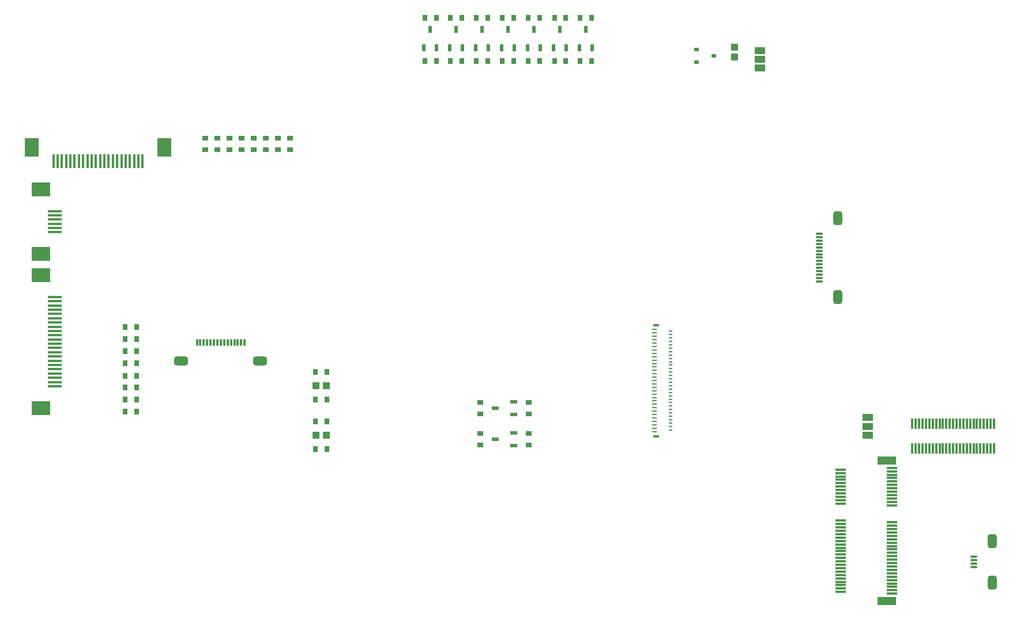
<source format=gtp>
G04*
G04 #@! TF.GenerationSoftware,Altium Limited,Altium Designer,18.0.12 (696)*
G04*
G04 Layer_Color=8421504*
%FSLAX25Y25*%
%MOIN*%
G70*
G01*
G75*
%ADD15R,0.05906X0.03937*%
%ADD16R,0.03937X0.03937*%
%ADD17R,0.02835X0.00984*%
%ADD18R,0.02244X0.00984*%
%ADD19R,0.03740X0.01575*%
G04:AMPARAMS|DCode=20|XSize=39.37mil|YSize=11.81mil|CornerRadius=2.95mil|HoleSize=0mil|Usage=FLASHONLY|Rotation=180.000|XOffset=0mil|YOffset=0mil|HoleType=Round|Shape=RoundedRectangle|*
%AMROUNDEDRECTD20*
21,1,0.03937,0.00591,0,0,180.0*
21,1,0.03347,0.01181,0,0,180.0*
1,1,0.00591,-0.01673,0.00295*
1,1,0.00591,0.01673,0.00295*
1,1,0.00591,0.01673,-0.00295*
1,1,0.00591,-0.01673,-0.00295*
%
%ADD20ROUNDEDRECTD20*%
G04:AMPARAMS|DCode=21|XSize=51.18mil|YSize=78.74mil|CornerRadius=12.8mil|HoleSize=0mil|Usage=FLASHONLY|Rotation=180.000|XOffset=0mil|YOffset=0mil|HoleType=Round|Shape=RoundedRectangle|*
%AMROUNDEDRECTD21*
21,1,0.05118,0.05315,0,0,180.0*
21,1,0.02559,0.07874,0,0,180.0*
1,1,0.02559,-0.01280,0.02657*
1,1,0.02559,0.01280,0.02657*
1,1,0.02559,0.01280,-0.02657*
1,1,0.02559,-0.01280,-0.02657*
%
%ADD21ROUNDEDRECTD21*%
%ADD22R,0.02756X0.03543*%
%ADD23R,0.01181X0.06299*%
%ADD24R,0.11024X0.08268*%
%ADD25R,0.07874X0.01575*%
%ADD26R,0.08268X0.11024*%
%ADD27R,0.01575X0.07874*%
G04:AMPARAMS|DCode=28|XSize=51.18mil|YSize=78.74mil|CornerRadius=12.8mil|HoleSize=0mil|Usage=FLASHONLY|Rotation=90.000|XOffset=0mil|YOffset=0mil|HoleType=Round|Shape=RoundedRectangle|*
%AMROUNDEDRECTD28*
21,1,0.05118,0.05315,0,0,90.0*
21,1,0.02559,0.07874,0,0,90.0*
1,1,0.02559,0.02657,0.01280*
1,1,0.02559,0.02657,-0.01280*
1,1,0.02559,-0.02657,-0.01280*
1,1,0.02559,-0.02657,0.01280*
%
%ADD28ROUNDEDRECTD28*%
G04:AMPARAMS|DCode=29|XSize=39.37mil|YSize=11.81mil|CornerRadius=2.95mil|HoleSize=0mil|Usage=FLASHONLY|Rotation=90.000|XOffset=0mil|YOffset=0mil|HoleType=Round|Shape=RoundedRectangle|*
%AMROUNDEDRECTD29*
21,1,0.03937,0.00591,0,0,90.0*
21,1,0.03347,0.01181,0,0,90.0*
1,1,0.00591,0.00295,0.01673*
1,1,0.00591,0.00295,-0.01673*
1,1,0.00591,-0.00295,-0.01673*
1,1,0.00591,-0.00295,0.01673*
%
%ADD29ROUNDEDRECTD29*%
%ADD30R,0.03937X0.03937*%
%ADD31R,0.04134X0.02362*%
%ADD32R,0.03543X0.02756*%
%ADD33R,0.10827X0.04724*%
%ADD34R,0.06102X0.01181*%
%ADD35R,0.02362X0.04134*%
%ADD36R,0.02953X0.02362*%
G36*
X571823Y26378D02*
D01*
D02*
G37*
G36*
X671232Y50000D02*
D01*
D02*
G37*
D15*
X678000Y115559D02*
D03*
Y105323D02*
D03*
Y110441D02*
D03*
X615529Y317882D02*
D03*
Y328118D02*
D03*
Y323000D02*
D03*
D16*
X601000Y324338D02*
D03*
Y330062D02*
D03*
D17*
X554531Y107457D02*
D03*
Y109425D02*
D03*
Y111394D02*
D03*
Y113362D02*
D03*
Y115331D02*
D03*
Y117299D02*
D03*
Y119268D02*
D03*
Y121236D02*
D03*
Y123205D02*
D03*
Y125173D02*
D03*
Y127142D02*
D03*
Y129110D02*
D03*
Y131079D02*
D03*
Y133047D02*
D03*
Y135016D02*
D03*
Y136984D02*
D03*
Y138953D02*
D03*
Y140921D02*
D03*
Y142890D02*
D03*
Y144858D02*
D03*
Y146827D02*
D03*
Y148795D02*
D03*
Y150764D02*
D03*
Y152732D02*
D03*
Y154701D02*
D03*
Y156669D02*
D03*
Y158638D02*
D03*
Y160606D02*
D03*
Y162575D02*
D03*
Y164543D02*
D03*
Y166512D02*
D03*
D18*
X564000Y108441D02*
D03*
Y110409D02*
D03*
Y112378D02*
D03*
Y114347D02*
D03*
Y116315D02*
D03*
Y118283D02*
D03*
Y120252D02*
D03*
Y122221D02*
D03*
Y124189D02*
D03*
Y126157D02*
D03*
Y128126D02*
D03*
Y130095D02*
D03*
Y132063D02*
D03*
Y134031D02*
D03*
Y136000D02*
D03*
Y137969D02*
D03*
Y139937D02*
D03*
Y141905D02*
D03*
Y143874D02*
D03*
Y145843D02*
D03*
Y147811D02*
D03*
Y149779D02*
D03*
Y151748D02*
D03*
Y153717D02*
D03*
Y155685D02*
D03*
Y157653D02*
D03*
Y159622D02*
D03*
Y161591D02*
D03*
Y163559D02*
D03*
Y165528D02*
D03*
D19*
X555575Y104819D02*
D03*
Y169150D02*
D03*
D20*
X739370Y29055D02*
D03*
Y31024D02*
D03*
Y32992D02*
D03*
Y34961D02*
D03*
X650000Y194409D02*
D03*
Y196378D02*
D03*
Y198346D02*
D03*
Y200315D02*
D03*
Y202284D02*
D03*
Y204252D02*
D03*
Y206221D02*
D03*
Y208189D02*
D03*
Y210157D02*
D03*
Y212126D02*
D03*
Y214094D02*
D03*
Y216063D02*
D03*
Y218032D02*
D03*
Y220000D02*
D03*
Y221969D02*
D03*
D21*
X750000Y20000D02*
D03*
Y44016D02*
D03*
X660630Y185354D02*
D03*
Y231024D02*
D03*
D22*
X511744Y347000D02*
D03*
X518256D02*
D03*
X496969D02*
D03*
X503480D02*
D03*
X481744D02*
D03*
X488256D02*
D03*
X466744D02*
D03*
X473256D02*
D03*
X451744D02*
D03*
X458256D02*
D03*
X422000Y347150D02*
D03*
X428512D02*
D03*
X365256Y97244D02*
D03*
X358744D02*
D03*
X365256Y113244D02*
D03*
X358744D02*
D03*
X365256Y142000D02*
D03*
X358744D02*
D03*
X365256Y126000D02*
D03*
X358744D02*
D03*
X255256Y168000D02*
D03*
X248744D02*
D03*
X255256Y161000D02*
D03*
X248744D02*
D03*
X255256Y154000D02*
D03*
X248744D02*
D03*
X255256Y147000D02*
D03*
X248744D02*
D03*
X255256Y139772D02*
D03*
X248744D02*
D03*
X255256Y133000D02*
D03*
X248744D02*
D03*
X255256Y126000D02*
D03*
X248744D02*
D03*
X255256Y119000D02*
D03*
X248744D02*
D03*
X518256Y322000D02*
D03*
X511744D02*
D03*
X503480D02*
D03*
X496969D02*
D03*
X488256D02*
D03*
X481744D02*
D03*
X473256D02*
D03*
X466744D02*
D03*
X458256D02*
D03*
X451744D02*
D03*
X443256D02*
D03*
X436744D02*
D03*
X428512Y322150D02*
D03*
X422000D02*
D03*
X443256Y347000D02*
D03*
X436744D02*
D03*
D23*
X703756Y97827D02*
D03*
Y112000D02*
D03*
X705724Y97827D02*
D03*
Y112000D02*
D03*
X707693Y97827D02*
D03*
Y112000D02*
D03*
X709661Y97827D02*
D03*
Y112000D02*
D03*
X711630Y97827D02*
D03*
Y112000D02*
D03*
X713598Y97827D02*
D03*
Y112000D02*
D03*
X715567Y97827D02*
D03*
Y112000D02*
D03*
X717535Y97827D02*
D03*
Y112000D02*
D03*
X719504Y97827D02*
D03*
Y112000D02*
D03*
X721472Y97827D02*
D03*
Y112000D02*
D03*
X723441Y97827D02*
D03*
Y112000D02*
D03*
X725410Y97827D02*
D03*
Y112000D02*
D03*
X727378Y97827D02*
D03*
Y112000D02*
D03*
X729347Y97827D02*
D03*
Y112000D02*
D03*
X731315Y97827D02*
D03*
Y112000D02*
D03*
X733284Y97827D02*
D03*
Y112000D02*
D03*
X735252Y97827D02*
D03*
Y112000D02*
D03*
X737220Y97827D02*
D03*
Y112000D02*
D03*
X739189Y97827D02*
D03*
Y112000D02*
D03*
X741157Y97827D02*
D03*
Y112000D02*
D03*
X743126Y97827D02*
D03*
Y112000D02*
D03*
X745094Y97827D02*
D03*
Y112000D02*
D03*
X747063Y97827D02*
D03*
Y112000D02*
D03*
X749031Y97827D02*
D03*
Y112000D02*
D03*
X751000Y97827D02*
D03*
Y112000D02*
D03*
D24*
X200063Y210252D02*
D03*
Y247748D02*
D03*
X200126Y121095D02*
D03*
Y197968D02*
D03*
D25*
X207937Y222850D02*
D03*
Y225311D02*
D03*
Y227772D02*
D03*
Y230228D02*
D03*
Y232689D02*
D03*
Y235150D02*
D03*
X208000Y153382D02*
D03*
Y155842D02*
D03*
Y158303D02*
D03*
Y160760D02*
D03*
Y163221D02*
D03*
Y165681D02*
D03*
Y173059D02*
D03*
Y170598D02*
D03*
Y168138D02*
D03*
Y180437D02*
D03*
Y177976D02*
D03*
Y175516D02*
D03*
Y182898D02*
D03*
Y185358D02*
D03*
Y150921D02*
D03*
Y143539D02*
D03*
Y146000D02*
D03*
Y148461D02*
D03*
Y136161D02*
D03*
Y138622D02*
D03*
Y141083D02*
D03*
Y133705D02*
D03*
D26*
X194563Y271937D02*
D03*
X271437D02*
D03*
D27*
X226850Y264063D02*
D03*
X229311D02*
D03*
X231772D02*
D03*
X234228D02*
D03*
X236689D02*
D03*
X239150D02*
D03*
X246528D02*
D03*
X244067D02*
D03*
X241606D02*
D03*
X253906D02*
D03*
X251445D02*
D03*
X248984D02*
D03*
X256366D02*
D03*
X258827D02*
D03*
X224390D02*
D03*
X217008D02*
D03*
X219468D02*
D03*
X221929D02*
D03*
X209630D02*
D03*
X212090D02*
D03*
X214551D02*
D03*
X207173D02*
D03*
D28*
X326803Y148370D02*
D03*
X281134D02*
D03*
D29*
X317748Y159000D02*
D03*
X315779D02*
D03*
X313811D02*
D03*
X311842D02*
D03*
X309874D02*
D03*
X307906D02*
D03*
X305937D02*
D03*
X303969D02*
D03*
X302000D02*
D03*
X300031D02*
D03*
X298063D02*
D03*
X296094D02*
D03*
X294126D02*
D03*
X292158D02*
D03*
X290189D02*
D03*
D30*
X359138Y105244D02*
D03*
X364862D02*
D03*
X359138Y134000D02*
D03*
X364862D02*
D03*
D31*
X473216Y99228D02*
D03*
Y106709D02*
D03*
X462783Y102969D02*
D03*
X473216Y117260D02*
D03*
Y124740D02*
D03*
X462783Y121000D02*
D03*
D32*
X454000Y106224D02*
D03*
Y99713D02*
D03*
Y124256D02*
D03*
Y117744D02*
D03*
X482000Y99713D02*
D03*
Y106224D02*
D03*
Y117744D02*
D03*
Y124256D02*
D03*
X344000Y277256D02*
D03*
Y270744D02*
D03*
X337000Y277256D02*
D03*
Y270744D02*
D03*
X330000Y277256D02*
D03*
Y270744D02*
D03*
X323000Y277256D02*
D03*
Y270744D02*
D03*
X316000Y277256D02*
D03*
Y270744D02*
D03*
X309000Y277256D02*
D03*
Y270744D02*
D03*
X302000Y277256D02*
D03*
Y270744D02*
D03*
X295000Y277256D02*
D03*
Y270744D02*
D03*
D33*
X688949Y90748D02*
D03*
Y9252D02*
D03*
D34*
X692000Y13583D02*
D03*
X662276Y14567D02*
D03*
X692000Y15551D02*
D03*
X662276Y16535D02*
D03*
X692000Y17520D02*
D03*
X662276Y18504D02*
D03*
X692000Y19488D02*
D03*
X662276Y20472D02*
D03*
X692000Y21457D02*
D03*
X662276Y22441D02*
D03*
X692000Y23425D02*
D03*
X662276Y24409D02*
D03*
X692000Y25394D02*
D03*
X662276Y26378D02*
D03*
X692000Y27362D02*
D03*
X662276Y28346D02*
D03*
X692000Y29331D02*
D03*
X662276Y30315D02*
D03*
X692000Y31299D02*
D03*
X662276Y32283D02*
D03*
X692000Y33268D02*
D03*
X662276Y34252D02*
D03*
X692000Y35236D02*
D03*
X662276Y36220D02*
D03*
X692000Y37205D02*
D03*
X662276Y38189D02*
D03*
X692000Y39173D02*
D03*
X662276Y40157D02*
D03*
X692000Y41142D02*
D03*
X662276Y42126D02*
D03*
X692000Y43110D02*
D03*
X662276Y44094D02*
D03*
X692000Y45079D02*
D03*
X662276Y46063D02*
D03*
X692000Y47047D02*
D03*
X662276Y48031D02*
D03*
X692000Y49016D02*
D03*
X662276Y50000D02*
D03*
X692000Y50984D02*
D03*
X662276Y51968D02*
D03*
X692000Y52953D02*
D03*
X662276Y53937D02*
D03*
X692000Y54921D02*
D03*
X662276Y55905D02*
D03*
X692000Y64764D02*
D03*
X662276Y65748D02*
D03*
X692000Y66732D02*
D03*
X662276Y67716D02*
D03*
X692000Y68701D02*
D03*
X662276Y69685D02*
D03*
X692000Y70669D02*
D03*
X662276Y71653D02*
D03*
X692000Y72638D02*
D03*
X662276Y73622D02*
D03*
X692000Y74606D02*
D03*
X662276Y75590D02*
D03*
X692000Y76575D02*
D03*
X662276Y77559D02*
D03*
X692000Y78543D02*
D03*
X662276Y79528D02*
D03*
X692000Y80512D02*
D03*
X662276Y81496D02*
D03*
X692000Y82480D02*
D03*
X662276Y83465D02*
D03*
X692000Y84449D02*
D03*
X662276Y85433D02*
D03*
X692000Y86417D02*
D03*
D35*
X511260Y329784D02*
D03*
X518740D02*
D03*
X515000Y340216D02*
D03*
X496260Y329784D02*
D03*
X503740D02*
D03*
X500000Y340216D02*
D03*
X481260Y329784D02*
D03*
X488740D02*
D03*
X485000Y340216D02*
D03*
X466260Y329784D02*
D03*
X473740D02*
D03*
X470000Y340216D02*
D03*
X451260Y329784D02*
D03*
X458740D02*
D03*
X455000Y340216D02*
D03*
X436260Y329784D02*
D03*
X443740D02*
D03*
X440000Y340216D02*
D03*
X421260Y329784D02*
D03*
X428740D02*
D03*
X425000Y340216D02*
D03*
D36*
X589020Y325000D02*
D03*
X578980Y321260D02*
D03*
Y328740D02*
D03*
M02*

</source>
